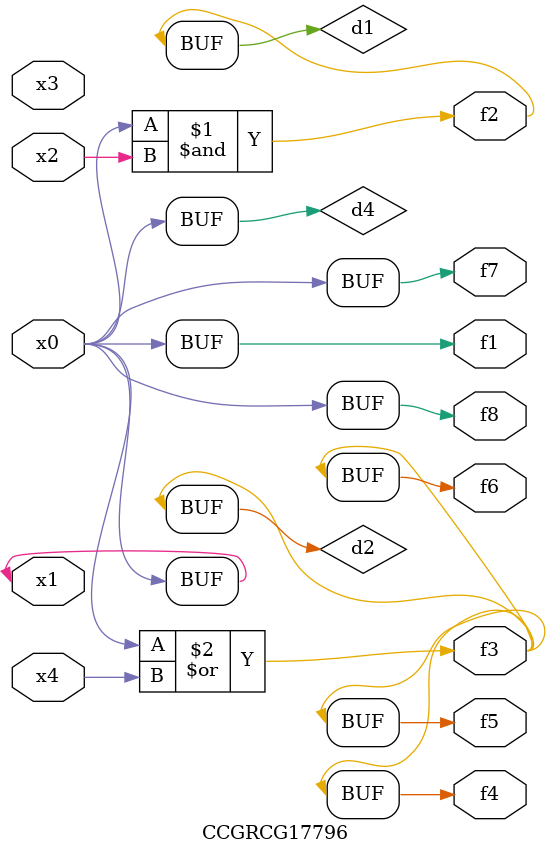
<source format=v>
module CCGRCG17796(
	input x0, x1, x2, x3, x4,
	output f1, f2, f3, f4, f5, f6, f7, f8
);

	wire d1, d2, d3, d4;

	and (d1, x0, x2);
	or (d2, x0, x4);
	nand (d3, x0, x2);
	buf (d4, x0, x1);
	assign f1 = d4;
	assign f2 = d1;
	assign f3 = d2;
	assign f4 = d2;
	assign f5 = d2;
	assign f6 = d2;
	assign f7 = d4;
	assign f8 = d4;
endmodule

</source>
